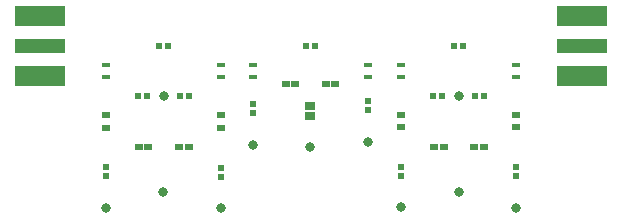
<source format=gts>
G04*
G04 #@! TF.GenerationSoftware,Altium Limited,Altium Designer,24.9.1 (31)*
G04*
G04 Layer_Color=8388736*
%FSLAX44Y44*%
%MOMM*%
G71*
G04*
G04 #@! TF.SameCoordinates,4F6A3D44-4BAA-4EB1-AB99-C70FB7F5AA8B*
G04*
G04*
G04 #@! TF.FilePolarity,Negative*
G04*
G01*
G75*
%ADD14R,0.5153X0.4725*%
%ADD15R,0.4725X0.5153*%
%ADD16R,0.7725X0.6274*%
%ADD17R,0.6631X0.5955*%
%ADD18R,0.6600X0.4100*%
%ADD22R,0.9332X0.7132*%
%ADD23R,4.2632X1.2772*%
%ADD24R,4.2632X1.7232*%
%ADD25C,0.8032*%
D14*
X110958Y230539D02*
D03*
X103386D02*
D03*
X146393Y230460D02*
D03*
X138822D02*
D03*
X378373Y272780D02*
D03*
X370802D02*
D03*
X360840Y230558D02*
D03*
X353269D02*
D03*
X396268Y230619D02*
D03*
X388697D02*
D03*
X128507Y272500D02*
D03*
X120936D02*
D03*
X253037Y272628D02*
D03*
X245466D02*
D03*
D15*
X173423Y162212D02*
D03*
Y169783D02*
D03*
X76288Y162303D02*
D03*
Y169874D02*
D03*
X297582Y218411D02*
D03*
Y225982D02*
D03*
X200809Y216014D02*
D03*
Y223586D02*
D03*
X326209Y162727D02*
D03*
Y170298D02*
D03*
X423033Y162663D02*
D03*
Y170235D02*
D03*
D16*
X76255Y214014D02*
D03*
Y203563D02*
D03*
X173229D02*
D03*
Y214014D02*
D03*
X326206Y203948D02*
D03*
Y214399D02*
D03*
X423033Y214503D02*
D03*
Y204053D02*
D03*
D17*
X111935Y186974D02*
D03*
X103805D02*
D03*
X146173D02*
D03*
X138042D02*
D03*
X236297Y240635D02*
D03*
X228167D02*
D03*
X361963Y187274D02*
D03*
X353833D02*
D03*
X396192Y187257D02*
D03*
X388062D02*
D03*
X270224Y240635D02*
D03*
X262094D02*
D03*
D18*
X76211Y246483D02*
D03*
Y256583D02*
D03*
X173186Y246521D02*
D03*
Y256621D02*
D03*
X297538Y246483D02*
D03*
Y256583D02*
D03*
X326088Y246836D02*
D03*
Y256936D02*
D03*
X422989Y246827D02*
D03*
Y256927D02*
D03*
X200765Y246483D02*
D03*
Y256583D02*
D03*
D22*
X249175Y222238D02*
D03*
Y213038D02*
D03*
D23*
X478957Y272997D02*
D03*
X20207Y272498D02*
D03*
D24*
X478957Y298397D02*
D03*
Y247597D02*
D03*
X20207Y297898D02*
D03*
Y247098D02*
D03*
D25*
X374768Y230558D02*
D03*
X124890Y230460D02*
D03*
X76288Y135571D02*
D03*
X249220Y187400D02*
D03*
X124755Y149091D02*
D03*
X173262Y135494D02*
D03*
X297582Y191166D02*
D03*
X200809Y188770D02*
D03*
X326240Y135986D02*
D03*
X374707Y149506D02*
D03*
X423033Y135909D02*
D03*
M02*

</source>
